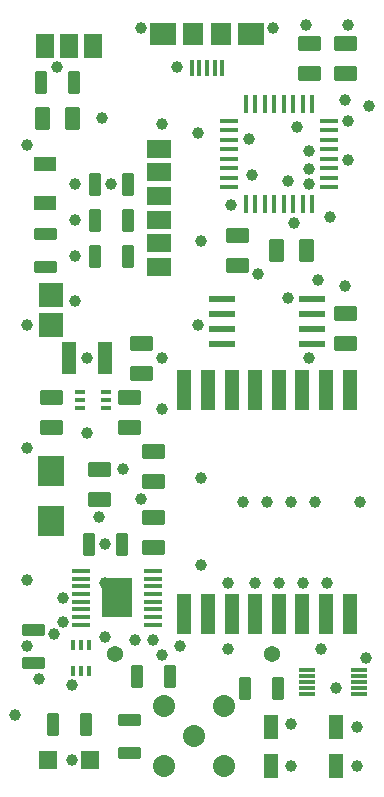
<source format=gbr>
G04 Generated by Ultiboard 13.0 *
%FSLAX24Y24*%
%MOIN*%

%ADD10C,0.0001*%
%ADD11C,0.0001*%
%ADD12R,0.0512X0.0787*%
%ADD13R,0.0591X0.0591*%
%ADD14C,0.0394*%
%ADD15R,0.0472X0.1378*%
%ADD16R,0.0906X0.0984*%
%ADD17R,0.0617X0.0308*%
%ADD18C,0.0167*%
%ADD19R,0.0866X0.0236*%
%ADD20R,0.0787X0.0591*%
%ADD21R,0.0591X0.0787*%
%ADD22C,0.0735*%
%ADD23R,0.0225X0.0583*%
%ADD24R,0.0571X0.0118*%
%ADD25R,0.0157X0.0374*%
%ADD26R,0.0787X0.0787*%
%ADD27R,0.0583X0.0225*%
%ADD28R,0.0728X0.0472*%
%ADD29R,0.0308X0.0617*%
%ADD30R,0.0157X0.0551*%
%ADD31R,0.0709X0.0748*%
%ADD32R,0.0906X0.0748*%
%ADD33R,0.0591X0.0177*%
%ADD34R,0.0160X0.0591*%
%ADD35R,0.0591X0.0160*%
%ADD36R,0.0453X0.1063*%
%ADD37R,0.0374X0.0157*%
%ADD38C,0.0540*%


G04 ColorRGB FF00CC for the following layer *
%LNSolder Mask Top*%
%LPD*%
G54D10*
G54D11*
G36*
X-25100Y12350D02*
X-25100Y13650D01*
X-24100Y13650D01*
X-24100Y12350D01*
X-25100Y12350D01*
G37*
G54D12*
X-19468Y7390D03*
X-17303Y7390D03*
X-19468Y8690D03*
X-17303Y8690D03*
G54D13*
X-26889Y7600D03*
X-25511Y7600D03*
G54D14*
X-16600Y7400D03*
X-16600Y8700D03*
X-27200Y10300D03*
X-26100Y10100D03*
X-23400Y11600D03*
X-24000Y11600D03*
X-20900Y11300D03*
X-26400Y13000D03*
X-20900Y13500D03*
X-20000Y13500D03*
X-19200Y13500D03*
X-18400Y13500D03*
X-17600Y13500D03*
X-24400Y17300D03*
X-18900Y23000D03*
X-17900Y23600D03*
X-26000Y24400D03*
X-26000Y25600D03*
X-26000Y26800D03*
X-26600Y30700D03*
X-23800Y32000D03*
X-19400Y32000D03*
X-22600Y30700D03*
X-19900Y23800D03*
X-17000Y23400D03*
X-19600Y16200D03*
X-18800Y16200D03*
X-18000Y16200D03*
X-18200Y21000D03*
X-20400Y16200D03*
X-16500Y16200D03*
X-21900Y22100D03*
X-23100Y21000D03*
X-26000Y22900D03*
X-23100Y19300D03*
X-25000Y11700D03*
X-26100Y7600D03*
X-28000Y9100D03*
X-18800Y8800D03*
X-18800Y7400D03*
X-16300Y11000D03*
X-17300Y10000D03*
X-27600Y28100D03*
X-17800Y11300D03*
X-24800Y26800D03*
X-27600Y13600D03*
X-27600Y11400D03*
X-27600Y22100D03*
X-26700Y11800D03*
X-26400Y12200D03*
X-24400Y12800D03*
X-25000Y13500D03*
X-25600Y21000D03*
X-18300Y32100D03*
X-16900Y32100D03*
X-16900Y28900D03*
X-16900Y27600D03*
X-18200Y26800D03*
X-18200Y27300D03*
X-20200Y28300D03*
X-18200Y27900D03*
X-17000Y29600D03*
X-21900Y28500D03*
X-23100Y11100D03*
X-22500Y11400D03*
X-18700Y25500D03*
X-18600Y28700D03*
X-18900Y26900D03*
X-23100Y28800D03*
X-16200Y29400D03*
X-27600Y18000D03*
X-25100Y29000D03*
X-25000Y14800D03*
X-25600Y18500D03*
X-25200Y15700D03*
X-23800Y16300D03*
X-21800Y17000D03*
X-21800Y14100D03*
X-17500Y25700D03*
X-21800Y24900D03*
X-20800Y26100D03*
X-20100Y27100D03*
G54D15*
X-22356Y12460D03*
X-21569Y12460D03*
X-20781Y12460D03*
X-19994Y12460D03*
X-19206Y12460D03*
X-18419Y12460D03*
X-17631Y12460D03*
X-16844Y12460D03*
X-22356Y19940D03*
X-21569Y19940D03*
X-20781Y19940D03*
X-19994Y19940D03*
X-19206Y19940D03*
X-18419Y19940D03*
X-17631Y19940D03*
X-16844Y19940D03*
G54D16*
X-26800Y15554D03*
X-26800Y17246D03*
G54D17*
X-23800Y21500D03*
X-23800Y20500D03*
X-17000Y21500D03*
X-17000Y22500D03*
X-23400Y16900D03*
X-23400Y17900D03*
X-24200Y18700D03*
X-24200Y19700D03*
X-26800Y18700D03*
X-26800Y19700D03*
X-20600Y24100D03*
X-20600Y25100D03*
X-18200Y30500D03*
X-18200Y31500D03*
X-17000Y30500D03*
X-17000Y31500D03*
X-25200Y16300D03*
X-25200Y17300D03*
X-23400Y14700D03*
X-23400Y15700D03*
G54D18*
X-24108Y21346D02*
X-23492Y21346D01*
X-23492Y21654D01*
X-24108Y21654D01*
X-24108Y21346D01*D02*
X-24108Y20346D02*
X-23492Y20346D01*
X-23492Y20654D01*
X-24108Y20654D01*
X-24108Y20346D01*D02*
X-17308Y21346D02*
X-16692Y21346D01*
X-16692Y21654D01*
X-17308Y21654D01*
X-17308Y21346D01*D02*
X-17308Y22346D02*
X-16692Y22346D01*
X-16692Y22654D01*
X-17308Y22654D01*
X-17308Y22346D01*D02*
X-20462Y9709D02*
X-20238Y9709D01*
X-20238Y10291D01*
X-20462Y10291D01*
X-20462Y9709D01*D02*
X-19362Y9709D02*
X-19138Y9709D01*
X-19138Y10291D01*
X-19362Y10291D01*
X-19362Y9709D01*D02*
X-26862Y8509D02*
X-26638Y8509D01*
X-26638Y9091D01*
X-26862Y9091D01*
X-26862Y8509D01*D02*
X-25762Y8509D02*
X-25538Y8509D01*
X-25538Y9091D01*
X-25762Y9091D01*
X-25762Y8509D01*D02*
X-25662Y14509D02*
X-25438Y14509D01*
X-25438Y15091D01*
X-25662Y15091D01*
X-25662Y14509D01*D02*
X-24562Y14509D02*
X-24338Y14509D01*
X-24338Y15091D01*
X-24562Y15091D01*
X-24562Y14509D01*D02*
X-23708Y16746D02*
X-23092Y16746D01*
X-23092Y17054D01*
X-23708Y17054D01*
X-23708Y16746D01*D02*
X-23708Y17746D02*
X-23092Y17746D01*
X-23092Y18054D01*
X-23708Y18054D01*
X-23708Y17746D01*D02*
X-24508Y18546D02*
X-23892Y18546D01*
X-23892Y18854D01*
X-24508Y18854D01*
X-24508Y18546D01*D02*
X-24508Y19546D02*
X-23892Y19546D01*
X-23892Y19854D01*
X-24508Y19854D01*
X-24508Y19546D01*D02*
X-27108Y18546D02*
X-26492Y18546D01*
X-26492Y18854D01*
X-27108Y18854D01*
X-27108Y18546D01*D02*
X-27108Y19546D02*
X-26492Y19546D01*
X-26492Y19854D01*
X-27108Y19854D01*
X-27108Y19546D01*D02*
X-20908Y23946D02*
X-20292Y23946D01*
X-20292Y24254D01*
X-20908Y24254D01*
X-20908Y23946D01*D02*
X-20908Y24946D02*
X-20292Y24946D01*
X-20292Y25254D01*
X-20908Y25254D01*
X-20908Y24946D01*D02*
X-27291Y23938D02*
X-26709Y23938D01*
X-26709Y24162D01*
X-27291Y24162D01*
X-27291Y23938D01*D02*
X-27291Y25038D02*
X-26709Y25038D01*
X-26709Y25262D01*
X-27291Y25262D01*
X-27291Y25038D01*D02*
X-25462Y24109D02*
X-25238Y24109D01*
X-25238Y24691D01*
X-25462Y24691D01*
X-25462Y24109D01*D02*
X-24362Y24109D02*
X-24138Y24109D01*
X-24138Y24691D01*
X-24362Y24691D01*
X-24362Y24109D01*D02*
X-25462Y25309D02*
X-25238Y25309D01*
X-25238Y25891D01*
X-25462Y25891D01*
X-25462Y25309D01*D02*
X-24362Y25309D02*
X-24138Y25309D01*
X-24138Y25891D01*
X-24362Y25891D01*
X-24362Y25309D01*D02*
X-24362Y26509D02*
X-24138Y26509D01*
X-24138Y27091D01*
X-24362Y27091D01*
X-24362Y26509D01*D02*
X-25462Y26509D02*
X-25238Y26509D01*
X-25238Y27091D01*
X-25462Y27091D01*
X-25462Y26509D01*D02*
X-27254Y28692D02*
X-26946Y28692D01*
X-26946Y29308D01*
X-27254Y29308D01*
X-27254Y28692D01*D02*
X-26254Y28692D02*
X-25946Y28692D01*
X-25946Y29308D01*
X-26254Y29308D01*
X-26254Y28692D01*D02*
X-27262Y29909D02*
X-27038Y29909D01*
X-27038Y30491D01*
X-27262Y30491D01*
X-27262Y29909D01*D02*
X-26162Y29909D02*
X-25938Y29909D01*
X-25938Y30491D01*
X-26162Y30491D01*
X-26162Y29909D01*D02*
X-19454Y24292D02*
X-19146Y24292D01*
X-19146Y24908D01*
X-19454Y24908D01*
X-19454Y24292D01*D02*
X-18454Y24292D02*
X-18146Y24292D01*
X-18146Y24908D01*
X-18454Y24908D01*
X-18454Y24292D01*D02*
X-27691Y10738D02*
X-27109Y10738D01*
X-27109Y10962D01*
X-27691Y10962D01*
X-27691Y10738D01*D02*
X-27691Y11838D02*
X-27109Y11838D01*
X-27109Y12062D01*
X-27691Y12062D01*
X-27691Y11838D01*D02*
X-18508Y30346D02*
X-17892Y30346D01*
X-17892Y30654D01*
X-18508Y30654D01*
X-18508Y30346D01*D02*
X-18508Y31346D02*
X-17892Y31346D01*
X-17892Y31654D01*
X-18508Y31654D01*
X-18508Y31346D01*D02*
X-17308Y30346D02*
X-16692Y30346D01*
X-16692Y30654D01*
X-17308Y30654D01*
X-17308Y30346D01*D02*
X-17308Y31346D02*
X-16692Y31346D01*
X-16692Y31654D01*
X-17308Y31654D01*
X-17308Y31346D01*D02*
X-25508Y16146D02*
X-24892Y16146D01*
X-24892Y16454D01*
X-25508Y16454D01*
X-25508Y16146D01*D02*
X-25508Y17146D02*
X-24892Y17146D01*
X-24892Y17454D01*
X-25508Y17454D01*
X-25508Y17146D01*D02*
X-23708Y14546D02*
X-23092Y14546D01*
X-23092Y14854D01*
X-23708Y14854D01*
X-23708Y14546D01*D02*
X-23708Y15546D02*
X-23092Y15546D01*
X-23092Y15854D01*
X-23708Y15854D01*
X-23708Y15546D01*D02*
X-24062Y10109D02*
X-23838Y10109D01*
X-23838Y10691D01*
X-24062Y10691D01*
X-24062Y10109D01*D02*
X-22962Y10109D02*
X-22738Y10109D01*
X-22738Y10691D01*
X-22962Y10691D01*
X-22962Y10109D01*D02*
X-24491Y7738D02*
X-23909Y7738D01*
X-23909Y7962D01*
X-24491Y7962D01*
X-24491Y7738D01*D02*
X-24491Y8838D02*
X-23909Y8838D01*
X-23909Y9062D01*
X-24491Y9062D01*
X-24491Y8838D01*D02*
G54D19*
X-21114Y21950D03*
X-21114Y21450D03*
X-18086Y21950D03*
X-18086Y21450D03*
X-21114Y22950D03*
X-21114Y22450D03*
X-18086Y22950D03*
X-18086Y22450D03*
G54D20*
X-23200Y24031D03*
X-23200Y24819D03*
X-23200Y25606D03*
X-23200Y26394D03*
X-23200Y27181D03*
X-23200Y27969D03*
G54D21*
X-26987Y31400D03*
X-26200Y31400D03*
X-25413Y31400D03*
G54D22*
X-22044Y8400D03*
X-21044Y9400D03*
X-23044Y9400D03*
X-21044Y7400D03*
X-23044Y7400D03*
G54D23*
X-20350Y10000D03*
X-19250Y10000D03*
X-26750Y8800D03*
X-25650Y8800D03*
X-25550Y14800D03*
X-24450Y14800D03*
X-25350Y24400D03*
X-24250Y24400D03*
X-25350Y25600D03*
X-24250Y25600D03*
X-24250Y26800D03*
X-25350Y26800D03*
X-27150Y30200D03*
X-26050Y30200D03*
X-23950Y10400D03*
X-22850Y10400D03*
G54D24*
X-18266Y9806D03*
X-18266Y10003D03*
X-18266Y10200D03*
X-16534Y10200D03*
X-16534Y9806D03*
X-16534Y10003D03*
X-18266Y10397D03*
X-18266Y10594D03*
X-16534Y10397D03*
X-16534Y10594D03*
G54D25*
X-26056Y10567D03*
X-25544Y10567D03*
X-25800Y10567D03*
X-26056Y11433D03*
X-25800Y11433D03*
X-25544Y11433D03*
G54D26*
X-26800Y22100D03*
X-26800Y23100D03*
G54D27*
X-27000Y24050D03*
X-27000Y25150D03*
X-27400Y10850D03*
X-27400Y11950D03*
X-24200Y7850D03*
X-24200Y8950D03*
G54D28*
X-27000Y26150D03*
X-27000Y27450D03*
G54D29*
X-27100Y29000D03*
X-26100Y29000D03*
X-19300Y24600D03*
X-18300Y24600D03*
G54D30*
X-21600Y30678D03*
X-21088Y30678D03*
X-21344Y30678D03*
X-21856Y30678D03*
X-22112Y30678D03*
G54D31*
X-21147Y31800D03*
X-22053Y31800D03*
G54D32*
X-20124Y31800D03*
X-23076Y31800D03*
G54D33*
X-25793Y12104D03*
X-25793Y12360D03*
X-25793Y12616D03*
X-23407Y12104D03*
X-23407Y12360D03*
X-23407Y12616D03*
X-25793Y12872D03*
X-25793Y13128D03*
X-25793Y13384D03*
X-23407Y12872D03*
X-23407Y13128D03*
X-23407Y13384D03*
X-25793Y13640D03*
X-25793Y13896D03*
X-23407Y13640D03*
X-23407Y13896D03*
G54D34*
X-20302Y26127D03*
X-19672Y26127D03*
X-19987Y26127D03*
X-19357Y26127D03*
X-19043Y26127D03*
X-18728Y26127D03*
X-18098Y26127D03*
X-18413Y26127D03*
X-20302Y29473D03*
X-19672Y29473D03*
X-19987Y29473D03*
X-19357Y29473D03*
X-19043Y29473D03*
X-18728Y29473D03*
X-18098Y29473D03*
X-18413Y29473D03*
G54D35*
X-20873Y26698D03*
X-17527Y26698D03*
X-20873Y27328D03*
X-20873Y27013D03*
X-20873Y27643D03*
X-17527Y27643D03*
X-17527Y27328D03*
X-17527Y27013D03*
X-20873Y28272D03*
X-20873Y27957D03*
X-17527Y28272D03*
X-17527Y27957D03*
X-20873Y28902D03*
X-20873Y28587D03*
X-17527Y28902D03*
X-17527Y28587D03*
G54D36*
X-26191Y21000D03*
X-25009Y21000D03*
G54D37*
X-25833Y19600D03*
X-25833Y19344D03*
X-24967Y19600D03*
X-24967Y19344D03*
X-25833Y19856D03*
X-24967Y19856D03*
G54D38*
X-19419Y11141D03*
X-24669Y11141D03*

M02*

</source>
